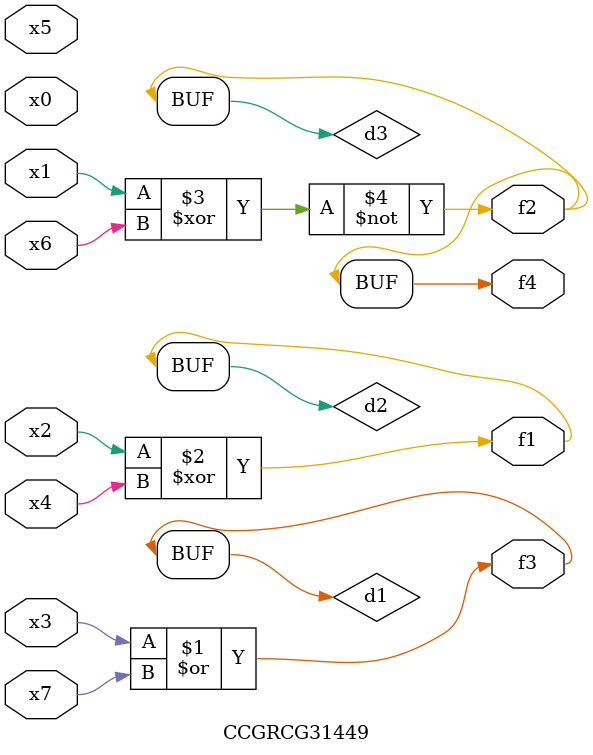
<source format=v>
module CCGRCG31449(
	input x0, x1, x2, x3, x4, x5, x6, x7,
	output f1, f2, f3, f4
);

	wire d1, d2, d3;

	or (d1, x3, x7);
	xor (d2, x2, x4);
	xnor (d3, x1, x6);
	assign f1 = d2;
	assign f2 = d3;
	assign f3 = d1;
	assign f4 = d3;
endmodule

</source>
